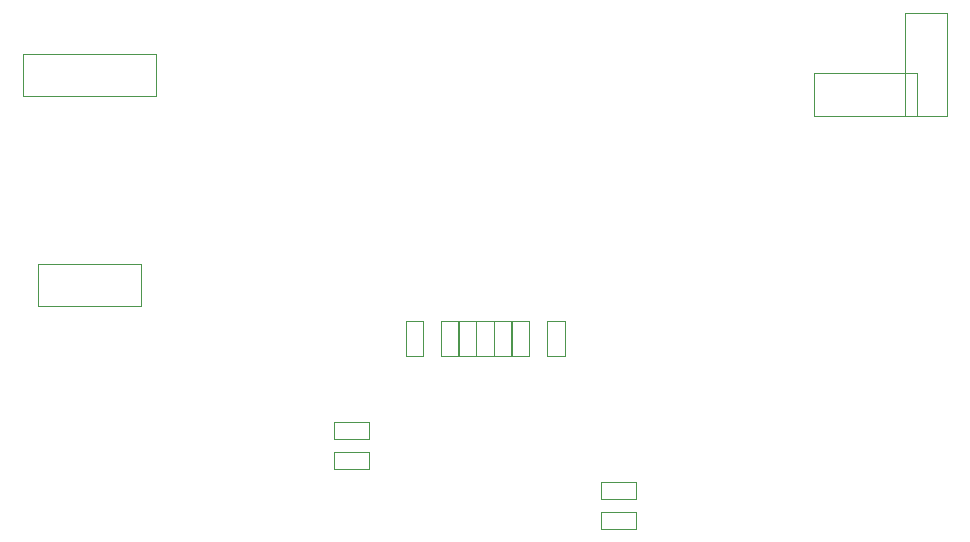
<source format=gbr>
%TF.GenerationSoftware,KiCad,Pcbnew,7.0.2-6a45011f42~172~ubuntu22.04.1*%
%TF.CreationDate,2023-05-30T13:32:28+12:00*%
%TF.ProjectId,THE_BRAWN-20A_POWER_FIXTURE,5448455f-4252-4415-974e-2d3230415f50,v1.0*%
%TF.SameCoordinates,Original*%
%TF.FileFunction,Other,User*%
%FSLAX46Y46*%
G04 Gerber Fmt 4.6, Leading zero omitted, Abs format (unit mm)*
G04 Created by KiCad (PCBNEW 7.0.2-6a45011f42~172~ubuntu22.04.1) date 2023-05-30 13:32:28*
%MOMM*%
%LPD*%
G01*
G04 APERTURE LIST*
%ADD10C,0.050000*%
G04 APERTURE END LIST*
D10*
%TO.C,R8*%
X220730000Y-126920000D02*
X219270000Y-126920000D01*
X219270000Y-126920000D02*
X219270000Y-129880000D01*
X220730000Y-129880000D02*
X220730000Y-126920000D01*
X219270000Y-129880000D02*
X220730000Y-129880000D01*
%TO.C,R3*%
X219230000Y-126920000D02*
X217770000Y-126920000D01*
X217770000Y-126920000D02*
X217770000Y-129880000D01*
X219230000Y-129880000D02*
X219230000Y-126920000D01*
X217770000Y-129880000D02*
X219230000Y-129880000D01*
%TO.C,J3*%
X180910000Y-107910000D02*
X180910000Y-104310000D01*
X192110000Y-107910000D02*
X180910000Y-107910000D01*
X180910000Y-104310000D02*
X192110000Y-104310000D01*
X192110000Y-104310000D02*
X192110000Y-107910000D01*
%TO.C,R14*%
X229820000Y-140550000D02*
X229820000Y-142010000D01*
X229820000Y-142010000D02*
X232780000Y-142010000D01*
X232780000Y-140550000D02*
X229820000Y-140550000D01*
X232780000Y-142010000D02*
X232780000Y-140550000D01*
%TO.C,R1*%
X207220000Y-135470000D02*
X207220000Y-136930000D01*
X207220000Y-136930000D02*
X210180000Y-136930000D01*
X210180000Y-135470000D02*
X207220000Y-135470000D01*
X210180000Y-136930000D02*
X210180000Y-135470000D01*
%TO.C,R10*%
X225270000Y-129880000D02*
X226730000Y-129880000D01*
X226730000Y-129880000D02*
X226730000Y-126920000D01*
X225270000Y-126920000D02*
X225270000Y-129880000D01*
X226730000Y-126920000D02*
X225270000Y-126920000D01*
%TO.C,J2*%
X247870000Y-109569500D02*
X247870000Y-105969500D01*
X256570000Y-109569500D02*
X247870000Y-109569500D01*
X247870000Y-105969500D02*
X256570000Y-105969500D01*
X256570000Y-105969500D02*
X256570000Y-109569500D01*
%TO.C,R11*%
X222230000Y-126920000D02*
X220770000Y-126920000D01*
X220770000Y-126920000D02*
X220770000Y-129880000D01*
X222230000Y-129880000D02*
X222230000Y-126920000D01*
X220770000Y-129880000D02*
X222230000Y-129880000D01*
%TO.C,R4*%
X213270000Y-129880000D02*
X214730000Y-129880000D01*
X214730000Y-129880000D02*
X214730000Y-126920000D01*
X213270000Y-126920000D02*
X213270000Y-129880000D01*
X214730000Y-126920000D02*
X213270000Y-126920000D01*
%TO.C,R15*%
X229820000Y-143090000D02*
X229820000Y-144550000D01*
X229820000Y-144550000D02*
X232780000Y-144550000D01*
X232780000Y-143090000D02*
X229820000Y-143090000D01*
X232780000Y-144550000D02*
X232780000Y-143090000D01*
%TO.C,R7*%
X217730000Y-126920000D02*
X216270000Y-126920000D01*
X216270000Y-126920000D02*
X216270000Y-129880000D01*
X217730000Y-129880000D02*
X217730000Y-126920000D01*
X216270000Y-129880000D02*
X217730000Y-129880000D01*
%TO.C,J1*%
X259110000Y-109589500D02*
X255510000Y-109589500D01*
X259110000Y-100889500D02*
X259110000Y-109589500D01*
X255510000Y-109589500D02*
X255510000Y-100889500D01*
X255510000Y-100889500D02*
X259110000Y-100889500D01*
%TO.C,R9*%
X223730000Y-126920000D02*
X222270000Y-126920000D01*
X222270000Y-126920000D02*
X222270000Y-129880000D01*
X223730000Y-129880000D02*
X223730000Y-126920000D01*
X222270000Y-129880000D02*
X223730000Y-129880000D01*
%TO.C,R2*%
X207220000Y-138010000D02*
X207220000Y-139470000D01*
X207220000Y-139470000D02*
X210180000Y-139470000D01*
X210180000Y-138010000D02*
X207220000Y-138010000D01*
X210180000Y-139470000D02*
X210180000Y-138010000D01*
%TO.C,J4*%
X182140000Y-125690000D02*
X182140000Y-122090000D01*
X190840000Y-125690000D02*
X182140000Y-125690000D01*
X182140000Y-122090000D02*
X190840000Y-122090000D01*
X190840000Y-122090000D02*
X190840000Y-125690000D01*
%TD*%
M02*

</source>
